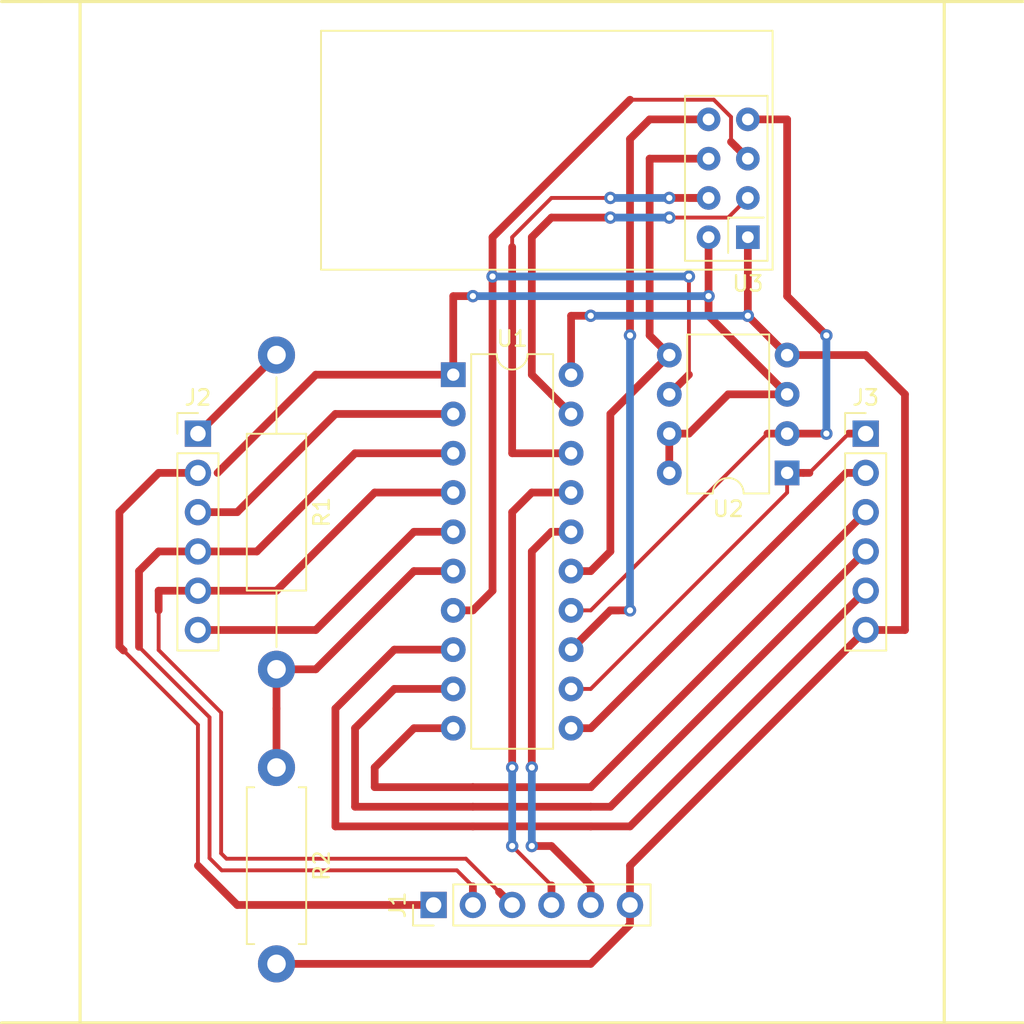
<source format=kicad_pcb>
(kicad_pcb (version 20171130) (host pcbnew 5.0.0+dfsg1-2)

  (general
    (thickness 1.6)
    (drawings 5)
    (tracks 210)
    (zones 0)
    (modules 8)
    (nets 22)
  )

  (page A4)
  (layers
    (0 F.Cu signal)
    (31 B.Cu signal)
    (32 B.Adhes user)
    (33 F.Adhes user)
    (34 B.Paste user)
    (35 F.Paste user)
    (36 B.SilkS user)
    (37 F.SilkS user)
    (38 B.Mask user)
    (39 F.Mask user)
    (40 Dwgs.User user)
    (41 Cmts.User user)
    (42 Eco1.User user)
    (43 Eco2.User user)
    (44 Edge.Cuts user)
    (45 Margin user)
    (46 B.CrtYd user)
    (47 F.CrtYd user)
    (48 B.Fab user)
    (49 F.Fab user)
  )

  (setup
    (last_trace_width 0.5)
    (trace_clearance 0.5)
    (zone_clearance 0.508)
    (zone_45_only no)
    (trace_min 0.2)
    (segment_width 0.2)
    (edge_width 0.1)
    (via_size 0.8)
    (via_drill 0.4)
    (via_min_size 0.4)
    (via_min_drill 0.3)
    (uvia_size 0.3)
    (uvia_drill 0.1)
    (uvias_allowed no)
    (uvia_min_size 0.2)
    (uvia_min_drill 0.1)
    (pcb_text_width 0.3)
    (pcb_text_size 1.5 1.5)
    (mod_edge_width 0.15)
    (mod_text_size 1 1)
    (mod_text_width 0.15)
    (pad_size 1.5 1.5)
    (pad_drill 0.6)
    (pad_to_mask_clearance 0)
    (aux_axis_origin 0 0)
    (visible_elements FFFFFF7F)
    (pcbplotparams
      (layerselection 0x010fc_ffffffff)
      (usegerberextensions false)
      (usegerberattributes false)
      (usegerberadvancedattributes false)
      (creategerberjobfile false)
      (excludeedgelayer true)
      (linewidth 0.100000)
      (plotframeref false)
      (viasonmask false)
      (mode 1)
      (useauxorigin false)
      (hpglpennumber 1)
      (hpglpenspeed 20)
      (hpglpendiameter 15.000000)
      (psnegative false)
      (psa4output false)
      (plotreference true)
      (plotvalue true)
      (plotinvisibletext false)
      (padsonsilk false)
      (subtractmaskfromsilk false)
      (outputformat 1)
      (mirror false)
      (drillshape 1)
      (scaleselection 1)
      (outputdirectory ""))
  )

  (net 0 "")
  (net 1 VCC)
  (net 2 "Net-(J1-Pad2)")
  (net 3 "Net-(J1-Pad3)")
  (net 4 "Net-(J1-Pad4)")
  (net 5 "Net-(J1-Pad5)")
  (net 6 GND)
  (net 7 "Net-(J2-Pad6)")
  (net 8 "Net-(J2-Pad3)")
  (net 9 VDD)
  (net 10 "Net-(J3-Pad1)")
  (net 11 "Net-(J3-Pad2)")
  (net 12 "Net-(J3-Pad3)")
  (net 13 "Net-(J3-Pad4)")
  (net 14 "Net-(J3-Pad5)")
  (net 15 "Net-(R1-Pad2)")
  (net 16 "Net-(U1-Pad13)")
  (net 17 "Net-(U1-Pad14)")
  (net 18 "Net-(U1-Pad15)")
  (net 19 "Net-(U1-Pad7)")
  (net 20 "Net-(U1-Pad18)")
  (net 21 "Net-(U1-Pad19)")

  (net_class Default "This is the default net class."
    (clearance 0.5)
    (trace_width 0.5)
    (via_dia 0.8)
    (via_drill 0.4)
    (uvia_dia 0.3)
    (uvia_drill 0.1)
    (add_net GND)
    (add_net "Net-(J1-Pad2)")
    (add_net "Net-(J1-Pad3)")
    (add_net "Net-(J1-Pad4)")
    (add_net "Net-(J1-Pad5)")
    (add_net "Net-(J2-Pad3)")
    (add_net "Net-(J2-Pad6)")
    (add_net "Net-(J3-Pad1)")
    (add_net "Net-(J3-Pad2)")
    (add_net "Net-(J3-Pad3)")
    (add_net "Net-(J3-Pad4)")
    (add_net "Net-(J3-Pad5)")
    (add_net "Net-(R1-Pad2)")
    (add_net "Net-(U1-Pad13)")
    (add_net "Net-(U1-Pad14)")
    (add_net "Net-(U1-Pad15)")
    (add_net "Net-(U1-Pad18)")
    (add_net "Net-(U1-Pad19)")
    (add_net "Net-(U1-Pad7)")
    (add_net VCC)
    (add_net VDD)
  )

  (module RF_Module:nRF24L01_Breakout (layer F.Cu) (tedit 5A056C61) (tstamp 5BE1E9BB)
    (at 175.26 40.64 180)
    (descr "nRF24L01 breakout board")
    (tags "nRF24L01 adapter breakout")
    (path /5BCECC43)
    (fp_text reference U3 (at 0 -3 180) (layer F.SilkS)
      (effects (font (size 1 1) (thickness 0.15)))
    )
    (fp_text value NRF24L01_Breakout (at 13 5 180) (layer F.Fab)
      (effects (font (size 1 1) (thickness 0.15)))
    )
    (fp_line (start -1.5 -2) (end 27.5 -2) (layer F.Fab) (width 0.1))
    (fp_line (start 27.5 -2) (end 27.5 13.25) (layer F.Fab) (width 0.1))
    (fp_line (start 27.5 13.25) (end -1.5 13.25) (layer F.Fab) (width 0.1))
    (fp_line (start -1.5 13.25) (end -1.5 -2) (layer F.Fab) (width 0.1))
    (fp_line (start -1.5 -2) (end -1.5 -2) (layer F.Fab) (width 0.1))
    (fp_line (start -1.27 -1.27) (end 3.81 -1.27) (layer F.Fab) (width 0.1))
    (fp_line (start 3.81 -1.27) (end 3.81 8.89) (layer F.Fab) (width 0.1))
    (fp_line (start 3.81 8.89) (end -1.27 8.89) (layer F.Fab) (width 0.1))
    (fp_line (start -1.27 8.89) (end -1.27 -1.27) (layer F.Fab) (width 0.1))
    (fp_line (start -1.27 -1.27) (end -1.27 -1.27) (layer F.Fab) (width 0.1))
    (fp_line (start -1.27 -1.524) (end 4.064 -1.524) (layer F.SilkS) (width 0.12))
    (fp_line (start 4.064 -1.524) (end 4.064 9.144) (layer F.SilkS) (width 0.12))
    (fp_line (start 4.064 9.144) (end -1.27 9.144) (layer F.SilkS) (width 0.12))
    (fp_line (start -1.27 9.144) (end -1.27 9.144) (layer F.SilkS) (width 0.12))
    (fp_line (start 1.27 -1.016) (end 1.27 1.27) (layer F.SilkS) (width 0.12))
    (fp_line (start 1.27 1.27) (end -1.016 1.27) (layer F.SilkS) (width 0.12))
    (fp_line (start -1.016 1.27) (end -1.016 1.27) (layer F.SilkS) (width 0.12))
    (fp_line (start -1.6 -2.1) (end 27.6 -2.1) (layer F.SilkS) (width 0.12))
    (fp_line (start 27.6 -2.1) (end 27.6 13.35) (layer F.SilkS) (width 0.12))
    (fp_line (start 27.6 13.35) (end -1.6 13.35) (layer F.SilkS) (width 0.12))
    (fp_line (start -1.6 13.35) (end -1.6 -2.1) (layer F.SilkS) (width 0.12))
    (fp_line (start -1.6 -2.1) (end -1.6 -2.1) (layer F.SilkS) (width 0.12))
    (fp_line (start -1.27 9.144) (end -1.27 -1.524) (layer F.SilkS) (width 0.12))
    (fp_line (start -1.27 -1.524) (end -1.27 -1.524) (layer F.SilkS) (width 0.12))
    (fp_line (start 27.75 -2.25) (end -1.75 -2.25) (layer F.CrtYd) (width 0.05))
    (fp_line (start -1.75 -2.25) (end -1.75 13.5) (layer F.CrtYd) (width 0.05))
    (fp_line (start -1.75 13.5) (end 27.75 13.5) (layer F.CrtYd) (width 0.05))
    (fp_line (start 27.75 13.5) (end 27.75 -2.25) (layer F.CrtYd) (width 0.05))
    (fp_line (start 27.75 -2.25) (end 27.75 -2.25) (layer F.CrtYd) (width 0.05))
    (fp_text user %R (at 12.5 2.5 180) (layer F.Fab)
      (effects (font (size 1 1) (thickness 0.15)))
    )
    (pad 1 thru_hole rect (at 0 0 180) (size 1.524 1.524) (drill 0.762) (layers *.Cu *.Mask)
      (net 6 GND))
    (pad 2 thru_hole circle (at 2.54 0 180) (size 1.524 1.524) (drill 0.762) (layers *.Cu *.Mask)
      (net 1 VCC))
    (pad 3 thru_hole circle (at 0 2.54 180) (size 1.524 1.524) (drill 0.762) (layers *.Cu *.Mask)
      (net 21 "Net-(U1-Pad19)"))
    (pad 4 thru_hole circle (at 2.54 2.54 180) (size 1.524 1.524) (drill 0.762) (layers *.Cu *.Mask)
      (net 20 "Net-(U1-Pad18)"))
    (pad 5 thru_hole circle (at 0 5.08 180) (size 1.524 1.524) (drill 0.762) (layers *.Cu *.Mask)
      (net 19 "Net-(U1-Pad7)"))
    (pad 6 thru_hole circle (at 2.54 5.08 180) (size 1.524 1.524) (drill 0.762) (layers *.Cu *.Mask)
      (net 18 "Net-(U1-Pad15)"))
    (pad 7 thru_hole circle (at 0 7.62 180) (size 1.524 1.524) (drill 0.762) (layers *.Cu *.Mask)
      (net 17 "Net-(U1-Pad14)"))
    (pad 8 thru_hole circle (at 2.54 7.62 180) (size 1.524 1.524) (drill 0.762) (layers *.Cu *.Mask)
      (net 16 "Net-(U1-Pad13)"))
    (model ${KISYS3DMOD}/RF_Module.3dshapes/nRF24L01_Breakout.wrl
      (at (xyz 0 0 0))
      (scale (xyz 1 1 1))
      (rotate (xyz 0 0 0))
    )
  )

  (module Package_DIP:DIP-8_W7.62mm (layer F.Cu) (tedit 5BE1DC7D) (tstamp 5BE1EA28)
    (at 177.8 55.88 180)
    (descr "8-lead though-hole mounted DIP package, row spacing 7.62 mm (300 mils)")
    (tags "THT DIP DIL PDIP 2.54mm 7.62mm 300mil")
    (path /5BCED472)
    (fp_text reference U2 (at 3.81 -2.33 180) (layer F.SilkS)
      (effects (font (size 1 1) (thickness 0.15)))
    )
    (fp_text value 25LC640 (at 3.81 9.95 180) (layer F.Fab)
      (effects (font (size 1 1) (thickness 0.15)))
    )
    (fp_arc (start 3.81 -1.33) (end 2.81 -1.33) (angle -180) (layer F.SilkS) (width 0.12))
    (fp_line (start 1.635 -1.27) (end 6.985 -1.27) (layer F.Fab) (width 0.1))
    (fp_line (start 6.985 -1.27) (end 6.985 8.89) (layer F.Fab) (width 0.1))
    (fp_line (start 6.985 8.89) (end 0.635 8.89) (layer F.Fab) (width 0.1))
    (fp_line (start 0.635 8.89) (end 0.635 -0.27) (layer F.Fab) (width 0.1))
    (fp_line (start 0.635 -0.27) (end 1.635 -1.27) (layer F.Fab) (width 0.1))
    (fp_line (start 2.81 -1.33) (end 1.16 -1.33) (layer F.SilkS) (width 0.12))
    (fp_line (start 1.16 -1.33) (end 1.16 8.95) (layer F.SilkS) (width 0.12))
    (fp_line (start 1.16 8.95) (end 6.46 8.95) (layer F.SilkS) (width 0.12))
    (fp_line (start 6.46 8.95) (end 6.46 -1.33) (layer F.SilkS) (width 0.12))
    (fp_line (start 6.46 -1.33) (end 4.81 -1.33) (layer F.SilkS) (width 0.12))
    (fp_line (start -1.1 -1.55) (end -1.1 9.15) (layer F.CrtYd) (width 0.05))
    (fp_line (start -1.1 9.15) (end 8.7 9.15) (layer F.CrtYd) (width 0.05))
    (fp_line (start 8.7 9.15) (end 8.7 -1.55) (layer F.CrtYd) (width 0.05))
    (fp_line (start 8.7 -1.55) (end -1.1 -1.55) (layer F.CrtYd) (width 0.05))
    (fp_text user %R (at 2.54 2.54 180) (layer F.Fab)
      (effects (font (size 1 1) (thickness 0.15)))
    )
    (pad 1 thru_hole rect (at 0 0 180) (size 1.6 1.6) (drill 0.8) (layers *.Cu *.Mask)
      (net 10 "Net-(J3-Pad1)"))
    (pad 5 thru_hole oval (at 7.62 7.62 180) (size 1.6 1.6) (drill 0.8) (layers *.Cu *.Mask)
      (net 18 "Net-(U1-Pad15)"))
    (pad 2 thru_hole oval (at 0 2.54 180) (size 1.6 1.6) (drill 0.8) (layers *.Cu *.Mask)
      (net 17 "Net-(U1-Pad14)"))
    (pad 6 thru_hole oval (at 7.62 5.08 180) (size 1.6 1.6) (drill 0.8) (layers *.Cu *.Mask)
      (net 19 "Net-(U1-Pad7)"))
    (pad 3 thru_hole oval (at 0 5.08 180) (size 1.6 1.6) (drill 0.8) (layers *.Cu *.Mask)
      (net 1 VCC))
    (pad 7 thru_hole oval (at 7.62 2.54 180) (size 1.6 1.6) (drill 0.8) (layers *.Cu *.Mask)
      (net 1 VCC))
    (pad 4 thru_hole oval (at 0 7.62 180) (size 1.6 1.6) (drill 0.8) (layers *.Cu *.Mask)
      (net 6 GND))
    (pad 8 thru_hole oval (at 7.62 0 180) (size 1.6 1.6) (drill 0.8) (layers *.Cu *.Mask)
      (net 1 VCC))
    (model ${KISYS3DMOD}/Package_DIP.3dshapes/DIP-8_W7.62mm.wrl
      (at (xyz 0 0 0))
      (scale (xyz 1 1 1))
      (rotate (xyz 0 0 0))
    )
  )

  (module Connector_PinHeader_2.54mm:PinHeader_1x06_P2.54mm_Vertical (layer F.Cu) (tedit 59FED5CC) (tstamp 5BE1EA77)
    (at 154.94 83.82 90)
    (descr "Through hole straight pin header, 1x06, 2.54mm pitch, single row")
    (tags "Through hole pin header THT 1x06 2.54mm single row")
    (path /5BD41D4E)
    (fp_text reference J1 (at 0 -2.33 90) (layer F.SilkS)
      (effects (font (size 1 1) (thickness 0.15)))
    )
    (fp_text value PROG (at 0 15.03 90) (layer F.Fab)
      (effects (font (size 1 1) (thickness 0.15)))
    )
    (fp_line (start -0.635 -1.27) (end 1.27 -1.27) (layer F.Fab) (width 0.1))
    (fp_line (start 1.27 -1.27) (end 1.27 13.97) (layer F.Fab) (width 0.1))
    (fp_line (start 1.27 13.97) (end -1.27 13.97) (layer F.Fab) (width 0.1))
    (fp_line (start -1.27 13.97) (end -1.27 -0.635) (layer F.Fab) (width 0.1))
    (fp_line (start -1.27 -0.635) (end -0.635 -1.27) (layer F.Fab) (width 0.1))
    (fp_line (start -1.33 14.03) (end 1.33 14.03) (layer F.SilkS) (width 0.12))
    (fp_line (start -1.33 1.27) (end -1.33 14.03) (layer F.SilkS) (width 0.12))
    (fp_line (start 1.33 1.27) (end 1.33 14.03) (layer F.SilkS) (width 0.12))
    (fp_line (start -1.33 1.27) (end 1.33 1.27) (layer F.SilkS) (width 0.12))
    (fp_line (start -1.33 0) (end -1.33 -1.33) (layer F.SilkS) (width 0.12))
    (fp_line (start -1.33 -1.33) (end 0 -1.33) (layer F.SilkS) (width 0.12))
    (fp_line (start -1.8 -1.8) (end -1.8 14.5) (layer F.CrtYd) (width 0.05))
    (fp_line (start -1.8 14.5) (end 1.8 14.5) (layer F.CrtYd) (width 0.05))
    (fp_line (start 1.8 14.5) (end 1.8 -1.8) (layer F.CrtYd) (width 0.05))
    (fp_line (start 1.8 -1.8) (end -1.8 -1.8) (layer F.CrtYd) (width 0.05))
    (fp_text user %R (at 0 6.35 180) (layer F.Fab)
      (effects (font (size 1 1) (thickness 0.15)))
    )
    (pad 1 thru_hole rect (at 0 0 90) (size 1.7 1.7) (drill 1) (layers *.Cu *.Mask)
      (net 1 VCC))
    (pad 2 thru_hole oval (at 0 2.54 90) (size 1.7 1.7) (drill 1) (layers *.Cu *.Mask)
      (net 2 "Net-(J1-Pad2)"))
    (pad 3 thru_hole oval (at 0 5.08 90) (size 1.7 1.7) (drill 1) (layers *.Cu *.Mask)
      (net 3 "Net-(J1-Pad3)"))
    (pad 4 thru_hole oval (at 0 7.62 90) (size 1.7 1.7) (drill 1) (layers *.Cu *.Mask)
      (net 4 "Net-(J1-Pad4)"))
    (pad 5 thru_hole oval (at 0 10.16 90) (size 1.7 1.7) (drill 1) (layers *.Cu *.Mask)
      (net 5 "Net-(J1-Pad5)"))
    (pad 6 thru_hole oval (at 0 12.7 90) (size 1.7 1.7) (drill 1) (layers *.Cu *.Mask)
      (net 6 GND))
    (model ${KISYS3DMOD}/Connector_PinHeader_2.54mm.3dshapes/PinHeader_1x06_P2.54mm_Vertical.wrl
      (at (xyz 0 0 0))
      (scale (xyz 1 1 1))
      (rotate (xyz 0 0 0))
    )
  )

  (module Connector_PinHeader_2.54mm:PinHeader_1x06_P2.54mm_Vertical (layer F.Cu) (tedit 59FED5CC) (tstamp 5BE1ED3B)
    (at 139.7 53.34)
    (descr "Through hole straight pin header, 1x06, 2.54mm pitch, single row")
    (tags "Through hole pin header THT 1x06 2.54mm single row")
    (path /5BDB9DE8)
    (fp_text reference J2 (at 0 -2.33) (layer F.SilkS)
      (effects (font (size 1 1) (thickness 0.15)))
    )
    (fp_text value Conn_01x06_Male (at 0 15.03) (layer F.Fab)
      (effects (font (size 1 1) (thickness 0.15)))
    )
    (fp_text user %R (at 0 6.35 90) (layer F.Fab)
      (effects (font (size 1 1) (thickness 0.15)))
    )
    (fp_line (start 1.8 -1.8) (end -1.8 -1.8) (layer F.CrtYd) (width 0.05))
    (fp_line (start 1.8 14.5) (end 1.8 -1.8) (layer F.CrtYd) (width 0.05))
    (fp_line (start -1.8 14.5) (end 1.8 14.5) (layer F.CrtYd) (width 0.05))
    (fp_line (start -1.8 -1.8) (end -1.8 14.5) (layer F.CrtYd) (width 0.05))
    (fp_line (start -1.33 -1.33) (end 0 -1.33) (layer F.SilkS) (width 0.12))
    (fp_line (start -1.33 0) (end -1.33 -1.33) (layer F.SilkS) (width 0.12))
    (fp_line (start -1.33 1.27) (end 1.33 1.27) (layer F.SilkS) (width 0.12))
    (fp_line (start 1.33 1.27) (end 1.33 14.03) (layer F.SilkS) (width 0.12))
    (fp_line (start -1.33 1.27) (end -1.33 14.03) (layer F.SilkS) (width 0.12))
    (fp_line (start -1.33 14.03) (end 1.33 14.03) (layer F.SilkS) (width 0.12))
    (fp_line (start -1.27 -0.635) (end -0.635 -1.27) (layer F.Fab) (width 0.1))
    (fp_line (start -1.27 13.97) (end -1.27 -0.635) (layer F.Fab) (width 0.1))
    (fp_line (start 1.27 13.97) (end -1.27 13.97) (layer F.Fab) (width 0.1))
    (fp_line (start 1.27 -1.27) (end 1.27 13.97) (layer F.Fab) (width 0.1))
    (fp_line (start -0.635 -1.27) (end 1.27 -1.27) (layer F.Fab) (width 0.1))
    (pad 6 thru_hole oval (at 0 12.7) (size 1.7 1.7) (drill 1) (layers *.Cu *.Mask)
      (net 7 "Net-(J2-Pad6)"))
    (pad 5 thru_hole oval (at 0 10.16) (size 1.7 1.7) (drill 1) (layers *.Cu *.Mask)
      (net 3 "Net-(J1-Pad3)"))
    (pad 4 thru_hole oval (at 0 7.62) (size 1.7 1.7) (drill 1) (layers *.Cu *.Mask)
      (net 2 "Net-(J1-Pad2)"))
    (pad 3 thru_hole oval (at 0 5.08) (size 1.7 1.7) (drill 1) (layers *.Cu *.Mask)
      (net 8 "Net-(J2-Pad3)"))
    (pad 2 thru_hole oval (at 0 2.54) (size 1.7 1.7) (drill 1) (layers *.Cu *.Mask)
      (net 1 VCC))
    (pad 1 thru_hole rect (at 0 0) (size 1.7 1.7) (drill 1) (layers *.Cu *.Mask)
      (net 9 VDD))
    (model ${KISYS3DMOD}/Connector_PinHeader_2.54mm.3dshapes/PinHeader_1x06_P2.54mm_Vertical.wrl
      (at (xyz 0 0 0))
      (scale (xyz 1 1 1))
      (rotate (xyz 0 0 0))
    )
  )

  (module Connector_PinHeader_2.54mm:PinHeader_1x06_P2.54mm_Vertical (layer F.Cu) (tedit 59FED5CC) (tstamp 5BE1ED86)
    (at 182.88 53.34)
    (descr "Through hole straight pin header, 1x06, 2.54mm pitch, single row")
    (tags "Through hole pin header THT 1x06 2.54mm single row")
    (path /5BDB9E88)
    (fp_text reference J3 (at 0 -2.33) (layer F.SilkS)
      (effects (font (size 1 1) (thickness 0.15)))
    )
    (fp_text value Conn_01x06_Male (at 0 15.03) (layer F.Fab)
      (effects (font (size 1 1) (thickness 0.15)))
    )
    (fp_line (start -0.635 -1.27) (end 1.27 -1.27) (layer F.Fab) (width 0.1))
    (fp_line (start 1.27 -1.27) (end 1.27 13.97) (layer F.Fab) (width 0.1))
    (fp_line (start 1.27 13.97) (end -1.27 13.97) (layer F.Fab) (width 0.1))
    (fp_line (start -1.27 13.97) (end -1.27 -0.635) (layer F.Fab) (width 0.1))
    (fp_line (start -1.27 -0.635) (end -0.635 -1.27) (layer F.Fab) (width 0.1))
    (fp_line (start -1.33 14.03) (end 1.33 14.03) (layer F.SilkS) (width 0.12))
    (fp_line (start -1.33 1.27) (end -1.33 14.03) (layer F.SilkS) (width 0.12))
    (fp_line (start 1.33 1.27) (end 1.33 14.03) (layer F.SilkS) (width 0.12))
    (fp_line (start -1.33 1.27) (end 1.33 1.27) (layer F.SilkS) (width 0.12))
    (fp_line (start -1.33 0) (end -1.33 -1.33) (layer F.SilkS) (width 0.12))
    (fp_line (start -1.33 -1.33) (end 0 -1.33) (layer F.SilkS) (width 0.12))
    (fp_line (start -1.8 -1.8) (end -1.8 14.5) (layer F.CrtYd) (width 0.05))
    (fp_line (start -1.8 14.5) (end 1.8 14.5) (layer F.CrtYd) (width 0.05))
    (fp_line (start 1.8 14.5) (end 1.8 -1.8) (layer F.CrtYd) (width 0.05))
    (fp_line (start 1.8 -1.8) (end -1.8 -1.8) (layer F.CrtYd) (width 0.05))
    (fp_text user %R (at 0 6.35 90) (layer F.Fab)
      (effects (font (size 1 1) (thickness 0.15)))
    )
    (pad 1 thru_hole rect (at 0 0) (size 1.7 1.7) (drill 1) (layers *.Cu *.Mask)
      (net 10 "Net-(J3-Pad1)"))
    (pad 2 thru_hole oval (at 0 2.54) (size 1.7 1.7) (drill 1) (layers *.Cu *.Mask)
      (net 11 "Net-(J3-Pad2)"))
    (pad 3 thru_hole oval (at 0 5.08) (size 1.7 1.7) (drill 1) (layers *.Cu *.Mask)
      (net 12 "Net-(J3-Pad3)"))
    (pad 4 thru_hole oval (at 0 7.62) (size 1.7 1.7) (drill 1) (layers *.Cu *.Mask)
      (net 13 "Net-(J3-Pad4)"))
    (pad 5 thru_hole oval (at 0 10.16) (size 1.7 1.7) (drill 1) (layers *.Cu *.Mask)
      (net 14 "Net-(J3-Pad5)"))
    (pad 6 thru_hole oval (at 0 12.7) (size 1.7 1.7) (drill 1) (layers *.Cu *.Mask)
      (net 6 GND))
    (model ${KISYS3DMOD}/Connector_PinHeader_2.54mm.3dshapes/PinHeader_1x06_P2.54mm_Vertical.wrl
      (at (xyz 0 0 0))
      (scale (xyz 1 1 1))
      (rotate (xyz 0 0 0))
    )
  )

  (module Resistor_THT:R_Axial_DIN0411_L9.9mm_D3.6mm_P20.32mm_Horizontal (layer F.Cu) (tedit 5AE5139B) (tstamp 5BE1EE10)
    (at 144.78 48.26 270)
    (descr "Resistor, Axial_DIN0411 series, Axial, Horizontal, pin pitch=20.32mm, 1W, length*diameter=9.9*3.6mm^2")
    (tags "Resistor Axial_DIN0411 series Axial Horizontal pin pitch 20.32mm 1W length 9.9mm diameter 3.6mm")
    (path /5BCF4A41)
    (fp_text reference R1 (at 10.16 -2.92 270) (layer F.SilkS)
      (effects (font (size 1 1) (thickness 0.15)))
    )
    (fp_text value 20k (at 10.16 2.92 270) (layer F.Fab)
      (effects (font (size 1 1) (thickness 0.15)))
    )
    (fp_line (start 5.21 -1.8) (end 5.21 1.8) (layer F.Fab) (width 0.1))
    (fp_line (start 5.21 1.8) (end 15.11 1.8) (layer F.Fab) (width 0.1))
    (fp_line (start 15.11 1.8) (end 15.11 -1.8) (layer F.Fab) (width 0.1))
    (fp_line (start 15.11 -1.8) (end 5.21 -1.8) (layer F.Fab) (width 0.1))
    (fp_line (start 0 0) (end 5.21 0) (layer F.Fab) (width 0.1))
    (fp_line (start 20.32 0) (end 15.11 0) (layer F.Fab) (width 0.1))
    (fp_line (start 5.09 -1.92) (end 5.09 1.92) (layer F.SilkS) (width 0.12))
    (fp_line (start 5.09 1.92) (end 15.23 1.92) (layer F.SilkS) (width 0.12))
    (fp_line (start 15.23 1.92) (end 15.23 -1.92) (layer F.SilkS) (width 0.12))
    (fp_line (start 15.23 -1.92) (end 5.09 -1.92) (layer F.SilkS) (width 0.12))
    (fp_line (start 1.44 0) (end 5.09 0) (layer F.SilkS) (width 0.12))
    (fp_line (start 18.88 0) (end 15.23 0) (layer F.SilkS) (width 0.12))
    (fp_line (start -1.45 -2.05) (end -1.45 2.05) (layer F.CrtYd) (width 0.05))
    (fp_line (start -1.45 2.05) (end 21.77 2.05) (layer F.CrtYd) (width 0.05))
    (fp_line (start 21.77 2.05) (end 21.77 -2.05) (layer F.CrtYd) (width 0.05))
    (fp_line (start 21.77 -2.05) (end -1.45 -2.05) (layer F.CrtYd) (width 0.05))
    (fp_text user %R (at 10.16 0 270) (layer F.Fab)
      (effects (font (size 1 1) (thickness 0.15)))
    )
    (pad 1 thru_hole circle (at 0 0 270) (size 2.4 2.4) (drill 1.2) (layers *.Cu *.Mask)
      (net 9 VDD))
    (pad 2 thru_hole oval (at 20.32 0 270) (size 2.4 2.4) (drill 1.2) (layers *.Cu *.Mask)
      (net 15 "Net-(R1-Pad2)"))
    (model ${KISYS3DMOD}/Resistor_THT.3dshapes/R_Axial_DIN0411_L9.9mm_D3.6mm_P20.32mm_Horizontal.wrl
      (at (xyz 0 0 0))
      (scale (xyz 1 1 1))
      (rotate (xyz 0 0 0))
    )
  )

  (module Resistor_THT:R_Axial_DIN0411_L9.9mm_D3.6mm_P12.70mm_Horizontal (layer F.Cu) (tedit 5AE5139B) (tstamp 5BE1EDCE)
    (at 144.78 74.93 270)
    (descr "Resistor, Axial_DIN0411 series, Axial, Horizontal, pin pitch=12.7mm, 1W, length*diameter=9.9*3.6mm^2")
    (tags "Resistor Axial_DIN0411 series Axial Horizontal pin pitch 12.7mm 1W length 9.9mm diameter 3.6mm")
    (path /5BCF4AC6)
    (fp_text reference R2 (at 6.35 -2.92 270) (layer F.SilkS)
      (effects (font (size 1 1) (thickness 0.15)))
    )
    (fp_text value 10k (at 6.35 2.92 270) (layer F.Fab)
      (effects (font (size 1 1) (thickness 0.15)))
    )
    (fp_line (start 1.4 -1.8) (end 1.4 1.8) (layer F.Fab) (width 0.1))
    (fp_line (start 1.4 1.8) (end 11.3 1.8) (layer F.Fab) (width 0.1))
    (fp_line (start 11.3 1.8) (end 11.3 -1.8) (layer F.Fab) (width 0.1))
    (fp_line (start 11.3 -1.8) (end 1.4 -1.8) (layer F.Fab) (width 0.1))
    (fp_line (start 0 0) (end 1.4 0) (layer F.Fab) (width 0.1))
    (fp_line (start 12.7 0) (end 11.3 0) (layer F.Fab) (width 0.1))
    (fp_line (start 1.28 -1.44) (end 1.28 -1.92) (layer F.SilkS) (width 0.12))
    (fp_line (start 1.28 -1.92) (end 11.42 -1.92) (layer F.SilkS) (width 0.12))
    (fp_line (start 11.42 -1.92) (end 11.42 -1.44) (layer F.SilkS) (width 0.12))
    (fp_line (start 1.28 1.44) (end 1.28 1.92) (layer F.SilkS) (width 0.12))
    (fp_line (start 1.28 1.92) (end 11.42 1.92) (layer F.SilkS) (width 0.12))
    (fp_line (start 11.42 1.92) (end 11.42 1.44) (layer F.SilkS) (width 0.12))
    (fp_line (start -1.45 -2.05) (end -1.45 2.05) (layer F.CrtYd) (width 0.05))
    (fp_line (start -1.45 2.05) (end 14.15 2.05) (layer F.CrtYd) (width 0.05))
    (fp_line (start 14.15 2.05) (end 14.15 -2.05) (layer F.CrtYd) (width 0.05))
    (fp_line (start 14.15 -2.05) (end -1.45 -2.05) (layer F.CrtYd) (width 0.05))
    (fp_text user %R (at 6.35 0 270) (layer F.Fab)
      (effects (font (size 1 1) (thickness 0.15)))
    )
    (pad 1 thru_hole circle (at 0 0 270) (size 2.4 2.4) (drill 1.2) (layers *.Cu *.Mask)
      (net 15 "Net-(R1-Pad2)"))
    (pad 2 thru_hole oval (at 12.7 0 270) (size 2.4 2.4) (drill 1.2) (layers *.Cu *.Mask)
      (net 6 GND))
    (model ${KISYS3DMOD}/Resistor_THT.3dshapes/R_Axial_DIN0411_L9.9mm_D3.6mm_P12.70mm_Horizontal.wrl
      (at (xyz 0 0 0))
      (scale (xyz 1 1 1))
      (rotate (xyz 0 0 0))
    )
  )

  (module Package_DIP:DIP-20_W7.62mm (layer F.Cu) (tedit 5A02E8C5) (tstamp 5BE1EB1B)
    (at 156.21 49.53)
    (descr "20-lead though-hole mounted DIP package, row spacing 7.62 mm (300 mils)")
    (tags "THT DIP DIL PDIP 2.54mm 7.62mm 300mil")
    (path /5BCECD91)
    (fp_text reference U1 (at 3.81 -2.33) (layer F.SilkS)
      (effects (font (size 1 1) (thickness 0.15)))
    )
    (fp_text value MSP430G2553IPW20 (at 3.81 25.19) (layer F.Fab)
      (effects (font (size 1 1) (thickness 0.15)))
    )
    (fp_arc (start 3.81 -1.33) (end 2.81 -1.33) (angle -180) (layer F.SilkS) (width 0.12))
    (fp_line (start 1.635 -1.27) (end 6.985 -1.27) (layer F.Fab) (width 0.1))
    (fp_line (start 6.985 -1.27) (end 6.985 24.13) (layer F.Fab) (width 0.1))
    (fp_line (start 6.985 24.13) (end 0.635 24.13) (layer F.Fab) (width 0.1))
    (fp_line (start 0.635 24.13) (end 0.635 -0.27) (layer F.Fab) (width 0.1))
    (fp_line (start 0.635 -0.27) (end 1.635 -1.27) (layer F.Fab) (width 0.1))
    (fp_line (start 2.81 -1.33) (end 1.16 -1.33) (layer F.SilkS) (width 0.12))
    (fp_line (start 1.16 -1.33) (end 1.16 24.19) (layer F.SilkS) (width 0.12))
    (fp_line (start 1.16 24.19) (end 6.46 24.19) (layer F.SilkS) (width 0.12))
    (fp_line (start 6.46 24.19) (end 6.46 -1.33) (layer F.SilkS) (width 0.12))
    (fp_line (start 6.46 -1.33) (end 4.81 -1.33) (layer F.SilkS) (width 0.12))
    (fp_line (start -1.1 -1.55) (end -1.1 24.4) (layer F.CrtYd) (width 0.05))
    (fp_line (start -1.1 24.4) (end 8.7 24.4) (layer F.CrtYd) (width 0.05))
    (fp_line (start 8.7 24.4) (end 8.7 -1.55) (layer F.CrtYd) (width 0.05))
    (fp_line (start 8.7 -1.55) (end -1.1 -1.55) (layer F.CrtYd) (width 0.05))
    (fp_text user %R (at 3.81 11.43) (layer F.Fab)
      (effects (font (size 1 1) (thickness 0.15)))
    )
    (pad 1 thru_hole rect (at 0 0) (size 1.6 1.6) (drill 0.8) (layers *.Cu *.Mask)
      (net 1 VCC))
    (pad 11 thru_hole oval (at 7.62 22.86) (size 1.6 1.6) (drill 0.8) (layers *.Cu *.Mask)
      (net 11 "Net-(J3-Pad2)"))
    (pad 2 thru_hole oval (at 0 2.54) (size 1.6 1.6) (drill 0.8) (layers *.Cu *.Mask)
      (net 8 "Net-(J2-Pad3)"))
    (pad 12 thru_hole oval (at 7.62 20.32) (size 1.6 1.6) (drill 0.8) (layers *.Cu *.Mask)
      (net 10 "Net-(J3-Pad1)"))
    (pad 3 thru_hole oval (at 0 5.08) (size 1.6 1.6) (drill 0.8) (layers *.Cu *.Mask)
      (net 2 "Net-(J1-Pad2)"))
    (pad 13 thru_hole oval (at 7.62 17.78) (size 1.6 1.6) (drill 0.8) (layers *.Cu *.Mask)
      (net 16 "Net-(U1-Pad13)"))
    (pad 4 thru_hole oval (at 0 7.62) (size 1.6 1.6) (drill 0.8) (layers *.Cu *.Mask)
      (net 3 "Net-(J1-Pad3)"))
    (pad 14 thru_hole oval (at 7.62 15.24) (size 1.6 1.6) (drill 0.8) (layers *.Cu *.Mask)
      (net 17 "Net-(U1-Pad14)"))
    (pad 5 thru_hole oval (at 0 10.16) (size 1.6 1.6) (drill 0.8) (layers *.Cu *.Mask)
      (net 7 "Net-(J2-Pad6)"))
    (pad 15 thru_hole oval (at 7.62 12.7) (size 1.6 1.6) (drill 0.8) (layers *.Cu *.Mask)
      (net 18 "Net-(U1-Pad15)"))
    (pad 6 thru_hole oval (at 0 12.7) (size 1.6 1.6) (drill 0.8) (layers *.Cu *.Mask)
      (net 15 "Net-(R1-Pad2)"))
    (pad 16 thru_hole oval (at 7.62 10.16) (size 1.6 1.6) (drill 0.8) (layers *.Cu *.Mask)
      (net 5 "Net-(J1-Pad5)"))
    (pad 7 thru_hole oval (at 0 15.24) (size 1.6 1.6) (drill 0.8) (layers *.Cu *.Mask)
      (net 19 "Net-(U1-Pad7)"))
    (pad 17 thru_hole oval (at 7.62 7.62) (size 1.6 1.6) (drill 0.8) (layers *.Cu *.Mask)
      (net 4 "Net-(J1-Pad4)"))
    (pad 8 thru_hole oval (at 0 17.78) (size 1.6 1.6) (drill 0.8) (layers *.Cu *.Mask)
      (net 14 "Net-(J3-Pad5)"))
    (pad 18 thru_hole oval (at 7.62 5.08) (size 1.6 1.6) (drill 0.8) (layers *.Cu *.Mask)
      (net 20 "Net-(U1-Pad18)"))
    (pad 9 thru_hole oval (at 0 20.32) (size 1.6 1.6) (drill 0.8) (layers *.Cu *.Mask)
      (net 13 "Net-(J3-Pad4)"))
    (pad 19 thru_hole oval (at 7.62 2.54) (size 1.6 1.6) (drill 0.8) (layers *.Cu *.Mask)
      (net 21 "Net-(U1-Pad19)"))
    (pad 10 thru_hole oval (at 0 22.86) (size 1.6 1.6) (drill 0.8) (layers *.Cu *.Mask)
      (net 12 "Net-(J3-Pad3)"))
    (pad 20 thru_hole oval (at 7.62 0) (size 1.6 1.6) (drill 0.8) (layers *.Cu *.Mask)
      (net 6 GND))
    (model ${KISYS3DMOD}/Package_DIP.3dshapes/DIP-20_W7.62mm.wrl
      (at (xyz 0 0 0))
      (scale (xyz 1 1 1))
      (rotate (xyz 0 0 0))
    )
  )

  (gr_line (start 187.96 25.4) (end 187.96 91.44) (layer F.SilkS) (width 0.2))
  (gr_line (start 127 25.4) (end 129.54 25.4) (layer F.SilkS) (width 0.2))
  (gr_line (start 132.08 91.44) (end 132.08 25.4) (layer F.SilkS) (width 0.2))
  (gr_line (start 193.04 91.44) (end 127 91.44) (layer F.SilkS) (width 0.2))
  (gr_line (start 129.54 25.4) (end 193.04 25.4) (layer F.SilkS) (width 0.2))

  (segment (start 172.72 45.72) (end 177.8 50.8) (width 0.5) (layer F.Cu) (net 1) (tstamp 5BE1EAF2))
  (segment (start 172.72 40.64) (end 172.72 44.45) (width 0.5) (layer F.Cu) (net 1) (tstamp 5BE1EAEF))
  (segment (start 170.18 55.88) (end 170.18 53.34) (width 0.5) (layer F.Cu) (net 1) (tstamp 5BE1EAEC))
  (segment (start 172.72 44.45) (end 172.72 45.72) (width 0.5) (layer F.Cu) (net 1) (tstamp 5BE1EAE9))
  (via (at 172.72 44.45) (size 0.8) (drill 0.4) (layers F.Cu B.Cu) (net 1) (tstamp 5BE1EAE6))
  (segment (start 156.21 49.53) (end 156.21 44.45) (width 0.5) (layer F.Cu) (net 1) (tstamp 5BE1EAE3))
  (segment (start 156.21 44.45) (end 157.48 44.45) (width 0.5) (layer F.Cu) (net 1) (tstamp 5BE1EAE0))
  (segment (start 157.48 44.45) (end 157.48 44.45) (width 0.5) (layer F.Cu) (net 1) (tstamp 5BE1EADD))
  (via (at 157.48 44.45) (size 0.8) (drill 0.4) (layers F.Cu B.Cu) (net 1) (tstamp 5BE1EADA))
  (segment (start 172.72 44.45) (end 157.48 44.45) (width 0.5) (layer B.Cu) (net 1))
  (segment (start 177.8 50.8) (end 173.99 50.8) (width 0.5) (layer F.Cu) (net 1) (tstamp 5BE1ECB1))
  (segment (start 173.99 50.8) (end 171.45 53.34) (width 0.5) (layer F.Cu) (net 1) (tstamp 5BE1ECAE))
  (segment (start 171.45 53.34) (end 170.18 53.34) (width 0.5) (layer F.Cu) (net 1) (tstamp 5BE1ECB7))
  (segment (start 140.97 55.88) (end 147.32 49.53) (width 0.5) (layer F.Cu) (net 1))
  (segment (start 135.014989 67.49046) (end 135.014989 67.313683) (width 0.25) (layer F.Cu) (net 1))
  (segment (start 147.32 49.53) (end 156.21 49.53) (width 0.5) (layer F.Cu) (net 1))
  (segment (start 139.7 55.88) (end 137.16 55.88) (width 0.5) (layer F.Cu) (net 1))
  (segment (start 137.16 55.88) (end 134.62 58.42) (width 0.5) (layer F.Cu) (net 1))
  (segment (start 134.62 67.095471) (end 134.88999 67.365461) (width 0.5) (layer F.Cu) (net 1))
  (segment (start 134.62 58.42) (end 134.62 67.095471) (width 0.5) (layer F.Cu) (net 1))
  (segment (start 139.7 72.175471) (end 134.88999 67.365461) (width 0.25) (layer F.Cu) (net 1))
  (segment (start 134.88999 67.365461) (end 135.014989 67.49046) (width 0.25) (layer F.Cu) (net 1))
  (segment (start 154.94 83.82) (end 142.24 83.82) (width 0.5) (layer F.Cu) (net 1))
  (segment (start 142.24 83.82) (end 139.7 81.28) (width 0.5) (layer F.Cu) (net 1))
  (segment (start 139.7 81.28) (end 139.7 72.175471) (width 0.25) (layer F.Cu) (net 1))
  (segment (start 157.48 83.82) (end 157.48 82.617919) (width 0.5) (layer F.Cu) (net 2) (tstamp 5BE1ECF0))
  (segment (start 156.21 54.61) (end 149.86 54.61) (width 0.5) (layer F.Cu) (net 2) (tstamp 5BE1E951))
  (segment (start 149.86 54.61) (end 143.51 60.96) (width 0.5) (layer F.Cu) (net 2) (tstamp 5BE1ECC3))
  (segment (start 143.51 60.96) (end 139.7 60.96) (width 0.5) (layer F.Cu) (net 2) (tstamp 5BE1ED0E))
  (segment (start 139.7 60.96) (end 137.16 60.96) (width 0.5) (layer F.Cu) (net 2))
  (segment (start 137.16 60.96) (end 135.89 62.23) (width 0.5) (layer F.Cu) (net 2))
  (segment (start 135.89 62.23) (end 135.89 67.128019) (width 0.5) (layer F.Cu) (net 2))
  (segment (start 140.450011 80.792559) (end 140.450011 71.68803) (width 0.25) (layer F.Cu) (net 2))
  (segment (start 157.48 82.617919) (end 156.442082 81.580001) (width 0.25) (layer F.Cu) (net 2))
  (segment (start 156.442082 81.580001) (end 141.237453 81.580001) (width 0.25) (layer F.Cu) (net 2))
  (segment (start 140.450011 71.68803) (end 135.89 67.128019) (width 0.25) (layer F.Cu) (net 2))
  (segment (start 141.237453 81.580001) (end 140.450011 80.792559) (width 0.25) (layer F.Cu) (net 2))
  (segment (start 159.170001 82.970001) (end 160.02 83.82) (width 0.5) (layer F.Cu) (net 3) (tstamp 5BE1ECF3))
  (segment (start 151.13 57.15) (end 156.21 57.15) (width 0.5) (layer F.Cu) (net 3) (tstamp 5BE1ECC9))
  (segment (start 144.78 63.5) (end 139.7 63.5) (width 0.5) (layer F.Cu) (net 3) (tstamp 5BE1ECD2))
  (segment (start 144.78 63.5) (end 151.13 57.15) (width 0.5) (layer F.Cu) (net 3) (tstamp 5BE1EC9C))
  (segment (start 137.16 64.77) (end 137.16 63.5) (width 0.5) (layer F.Cu) (net 3))
  (segment (start 137.16 63.5) (end 139.7 63.5) (width 0.5) (layer F.Cu) (net 3))
  (segment (start 137.16 67.337344) (end 141.200022 71.377366) (width 0.25) (layer F.Cu) (net 3))
  (segment (start 157.02999 80.82999) (end 159.170001 82.970001) (width 0.25) (layer F.Cu) (net 3))
  (segment (start 141.200022 80.481896) (end 141.548116 80.82999) (width 0.25) (layer F.Cu) (net 3))
  (segment (start 141.548116 80.82999) (end 157.02999 80.82999) (width 0.25) (layer F.Cu) (net 3))
  (segment (start 141.200022 71.377366) (end 141.200022 80.481896) (width 0.25) (layer F.Cu) (net 3))
  (segment (start 137.16 64.77) (end 137.16 67.337344) (width 0.25) (layer F.Cu) (net 3))
  (segment (start 162.56 82.55) (end 162.56 83.82) (width 0.5) (layer F.Cu) (net 4) (tstamp 5BE1ED02))
  (segment (start 160.02 80.01) (end 160.02 80.01) (width 0.5) (layer F.Cu) (net 4) (tstamp 5BE1E97B))
  (segment (start 160.02 80.01) (end 162.56 82.55) (width 0.25) (layer F.Cu) (net 4) (tstamp 5BE1ED08))
  (via (at 160.02 80.01) (size 0.8) (drill 0.4) (layers F.Cu B.Cu) (net 4) (tstamp 5BE1EBE8))
  (segment (start 163.83 57.15) (end 161.29 57.15) (width 0.5) (layer F.Cu) (net 4) (tstamp 5BE1EB91))
  (via (at 160.02 74.93) (size 0.8) (drill 0.4) (layers F.Cu B.Cu) (net 4) (tstamp 5BE1ECFF))
  (segment (start 161.29 57.15) (end 160.02 58.42) (width 0.5) (layer F.Cu) (net 4) (tstamp 5BE1EB8E))
  (segment (start 160.02 58.42) (end 160.02 74.93) (width 0.5) (layer F.Cu) (net 4) (tstamp 5BE1EC15))
  (segment (start 160.02 74.93) (end 160.02 80.01) (width 0.5) (layer B.Cu) (net 4))
  (segment (start 163.83 59.69) (end 162.56 59.69) (width 0.5) (layer F.Cu) (net 5) (tstamp 5BE1EC12))
  (segment (start 162.56 59.69) (end 161.29 60.96) (width 0.5) (layer F.Cu) (net 5) (tstamp 5BE1EC0F))
  (segment (start 161.29 60.96) (end 161.29 74.93) (width 0.5) (layer F.Cu) (net 5) (tstamp 5BE1EB8B))
  (segment (start 165.1 83.82) (end 165.1 82.55) (width 0.5) (layer F.Cu) (net 5) (tstamp 5BE1EB94))
  (segment (start 165.1 82.55) (end 162.56 80.01) (width 0.5) (layer F.Cu) (net 5) (tstamp 5BE1ED05))
  (segment (start 162.56 80.01) (end 161.29 80.01) (width 0.5) (layer F.Cu) (net 5) (tstamp 5BE1ED0B))
  (via (at 161.29 74.93) (size 0.8) (drill 0.4) (layers F.Cu B.Cu) (net 5) (tstamp 5BE1ECFC))
  (segment (start 161.29 80.01) (end 161.29 80.01) (width 0.5) (layer F.Cu) (net 5) (tstamp 5BE1E97E))
  (via (at 161.29 80.01) (size 0.8) (drill 0.4) (layers F.Cu B.Cu) (net 5) (tstamp 5BE1ECF9))
  (segment (start 161.29 74.93) (end 161.29 80.01) (width 0.5) (layer B.Cu) (net 5))
  (segment (start 175.26 45.72) (end 175.26 45.72) (width 0.5) (layer F.Cu) (net 6) (tstamp 5BE1EB88))
  (segment (start 175.26 40.64) (end 175.26 45.72) (width 0.5) (layer F.Cu) (net 6) (tstamp 5BE1EB85))
  (segment (start 182.88 66.04) (end 185.42 66.04) (width 0.5) (layer F.Cu) (net 6) (tstamp 5BE1EB82))
  (segment (start 185.42 66.04) (end 185.42 50.8) (width 0.5) (layer F.Cu) (net 6) (tstamp 5BE1EBFA))
  (segment (start 185.42 50.8) (end 182.88 48.26) (width 0.5) (layer F.Cu) (net 6) (tstamp 5BE1EBF7))
  (segment (start 182.88 48.26) (end 177.8 48.26) (width 0.5) (layer F.Cu) (net 6) (tstamp 5BE1EBF4))
  (segment (start 167.64 81.28) (end 182.88 66.04) (width 0.5) (layer F.Cu) (net 6) (tstamp 5BE1EBF1))
  (segment (start 167.64 83.82) (end 167.64 81.28) (width 0.5) (layer F.Cu) (net 6) (tstamp 5BE1EBEE))
  (segment (start 167.64 83.82) (end 167.64 85.09) (width 0.5) (layer F.Cu) (net 6) (tstamp 5BE1EBEB))
  (segment (start 167.64 85.09) (end 165.1 87.63) (width 0.5) (layer F.Cu) (net 6) (tstamp 5BE1E990))
  (segment (start 165.1 87.63) (end 144.78 87.63) (width 0.5) (layer F.Cu) (net 6) (tstamp 5BE1E98D))
  (segment (start 163.83 49.53) (end 163.83 45.72) (width 0.5) (layer F.Cu) (net 6) (tstamp 5BE1E98A))
  (segment (start 163.83 45.72) (end 165.1 45.72) (width 0.5) (layer F.Cu) (net 6) (tstamp 5BE1E987))
  (segment (start 175.26 45.72) (end 177.8 48.26) (width 0.5) (layer F.Cu) (net 6) (tstamp 5BE1E984))
  (via (at 175.26 45.72) (size 0.8) (drill 0.4) (layers F.Cu B.Cu) (net 6) (tstamp 5BE1EC4E))
  (segment (start 165.1 45.72) (end 165.1 45.72) (width 0.5) (layer F.Cu) (net 6) (tstamp 5BE1EC4B))
  (via (at 165.1 45.72) (size 0.8) (drill 0.4) (layers F.Cu B.Cu) (net 6) (tstamp 5BE1EC48))
  (segment (start 165.1 45.72) (end 175.26 45.72) (width 0.5) (layer B.Cu) (net 6))
  (segment (start 156.21 59.69) (end 153.67 59.69) (width 0.5) (layer F.Cu) (net 7) (tstamp 5BE1EC42))
  (segment (start 147.32 66.04) (end 139.7 66.04) (width 0.5) (layer F.Cu) (net 7) (tstamp 5BE1ED20))
  (segment (start 153.67 59.69) (end 147.32 66.04) (width 0.5) (layer F.Cu) (net 7) (tstamp 5BE1EB70))
  (segment (start 148.59 52.07) (end 142.24 58.42) (width 0.5) (layer F.Cu) (net 8) (tstamp 5BE1EB7F))
  (segment (start 156.21 52.07) (end 148.59 52.07) (width 0.5) (layer F.Cu) (net 8) (tstamp 5BE1EBAC))
  (segment (start 142.24 58.42) (end 139.7 58.42) (width 0.5) (layer F.Cu) (net 8) (tstamp 5BE1EB6A))
  (segment (start 139.7 53.34) (end 144.78 48.26) (width 0.5) (layer F.Cu) (net 9) (tstamp 5BE1EB7C))
  (segment (start 178.85 55.88) (end 177.8 55.88) (width 0.5) (layer F.Cu) (net 10) (tstamp 5BE1EB79))
  (segment (start 179.24 55.88) (end 178.85 55.88) (width 0.5) (layer F.Cu) (net 10) (tstamp 5BE1EB76))
  (segment (start 181.78 53.34) (end 179.24 55.88) (width 0.25) (layer F.Cu) (net 10) (tstamp 5BE1EB73))
  (segment (start 182.88 53.34) (end 181.78 53.34) (width 0.5) (layer F.Cu) (net 10) (tstamp 5BE1EACB))
  (segment (start 165.1 69.85) (end 163.83 69.85) (width 0.25) (layer F.Cu) (net 10))
  (segment (start 177.8 55.88) (end 177.8 57.15) (width 0.25) (layer F.Cu) (net 10))
  (segment (start 177.8 57.15) (end 165.1 69.85) (width 0.25) (layer F.Cu) (net 10))
  (segment (start 182.88 55.88) (end 181.61 55.88) (width 0.5) (layer F.Cu) (net 11) (tstamp 5BE1EAC5))
  (segment (start 165.1 72.39) (end 163.83 72.39) (width 0.5) (layer F.Cu) (net 11) (tstamp 5BE1EAC2))
  (segment (start 181.61 55.88) (end 165.1 72.39) (width 0.5) (layer F.Cu) (net 11) (tstamp 5BE1EABF))
  (segment (start 157.48 76.2) (end 157.48 76.2) (width 0.5) (layer F.Cu) (net 12) (tstamp 5BE1EC66))
  (segment (start 165.1 76.2) (end 165.1 76.2) (width 0.5) (layer F.Cu) (net 12) (tstamp 5BE1EAD7))
  (segment (start 156.21 72.39) (end 153.67 72.39) (width 0.5) (layer F.Cu) (net 12) (tstamp 5BE1EC75))
  (segment (start 182.88 58.42) (end 165.1 76.2) (width 0.5) (layer F.Cu) (net 12) (tstamp 5BE1EC69))
  (segment (start 165.1 76.2) (end 157.48 76.2) (width 0.5) (layer F.Cu) (net 12) (tstamp 5BE1E981))
  (segment (start 153.67 72.39) (end 151.13 74.93) (width 0.5) (layer F.Cu) (net 12) (tstamp 5BE1EC72))
  (segment (start 151.13 74.93) (end 151.13 76.2) (width 0.5) (layer F.Cu) (net 12) (tstamp 5BE1EC6F))
  (segment (start 151.13 76.2) (end 157.48 76.2) (width 0.5) (layer F.Cu) (net 12) (tstamp 5BE1EC6C))
  (segment (start 157.48 77.47) (end 157.48 77.47) (width 0.5) (layer F.Cu) (net 13) (tstamp 5BE1ECA2))
  (segment (start 165.1 77.47) (end 165.1 77.47) (width 0.5) (layer F.Cu) (net 13) (tstamp 5BE1EC9F))
  (segment (start 149.86 77.47) (end 157.48 77.47) (width 0.5) (layer F.Cu) (net 13) (tstamp 5BE1ECAB))
  (segment (start 152.4 69.85) (end 149.86 72.39) (width 0.5) (layer F.Cu) (net 13) (tstamp 5BE1EAD1))
  (segment (start 149.86 72.39) (end 149.86 77.47) (width 0.5) (layer F.Cu) (net 13) (tstamp 5BE1EACE))
  (segment (start 157.48 77.47) (end 165.1 77.47) (width 0.5) (layer F.Cu) (net 13) (tstamp 5BE1EC78))
  (segment (start 182.88 60.96) (end 166.37 77.47) (width 0.5) (layer F.Cu) (net 13) (tstamp 5BE1ECA8))
  (segment (start 156.21 69.85) (end 152.4 69.85) (width 0.5) (layer F.Cu) (net 13) (tstamp 5BE1EAD4))
  (segment (start 166.37 77.47) (end 165.1 77.47) (width 0.5) (layer F.Cu) (net 13) (tstamp 5BE1ECA5))
  (segment (start 156.21 67.31) (end 152.4 67.31) (width 0.5) (layer F.Cu) (net 14) (tstamp 5BE1E975))
  (segment (start 152.4 67.31) (end 148.59 71.12) (width 0.5) (layer F.Cu) (net 14) (tstamp 5BE1E972))
  (segment (start 148.59 71.12) (end 148.59 78.74) (width 0.5) (layer F.Cu) (net 14) (tstamp 5BE1E96F))
  (segment (start 148.59 78.74) (end 157.48 78.74) (width 0.5) (layer F.Cu) (net 14) (tstamp 5BE1E96C))
  (segment (start 182.88 63.5) (end 181.704999 64.675001) (width 0.5) (layer F.Cu) (net 14) (tstamp 5BE1EC87))
  (segment (start 181.704999 64.675001) (end 167.64 78.74) (width 0.5) (layer F.Cu) (net 14) (tstamp 5BE1E969))
  (segment (start 167.64 78.74) (end 165.1 78.74) (width 0.5) (layer F.Cu) (net 14) (tstamp 5BE1ECBD))
  (segment (start 157.48 78.74) (end 157.48 78.74) (width 0.5) (layer F.Cu) (net 14) (tstamp 5BE1ECBA))
  (segment (start 165.1 78.74) (end 165.1 78.74) (width 0.5) (layer F.Cu) (net 14) (tstamp 5BE1EC84))
  (segment (start 165.1 78.74) (end 157.48 78.74) (width 0.5) (layer F.Cu) (net 14) (tstamp 5BE1EC45))
  (segment (start 156.21 62.23) (end 153.67 62.23) (width 0.5) (layer F.Cu) (net 15) (tstamp 5BE1EC81))
  (segment (start 144.78 71.12) (end 144.78 74.93) (width 0.5) (layer F.Cu) (net 15) (tstamp 5BE1EC7E))
  (segment (start 144.78 71.12) (end 144.78 68.58) (width 0.5) (layer F.Cu) (net 15) (tstamp 5BE1EC7B))
  (segment (start 144.78 68.58) (end 147.32 68.58) (width 0.5) (layer F.Cu) (net 15) (tstamp 5BE1EBE5))
  (segment (start 147.32 68.58) (end 153.67 62.23) (width 0.5) (layer F.Cu) (net 15) (tstamp 5BE1EBE2))
  (segment (start 163.83 67.31) (end 166.37 64.77) (width 0.5) (layer F.Cu) (net 16) (tstamp 5BE1EBDF))
  (segment (start 166.37 64.77) (end 166.914999 64.77) (width 0.5) (layer F.Cu) (net 16) (tstamp 5BE1EBDC))
  (segment (start 166.37 64.77) (end 167.64 64.77) (width 0.5) (layer F.Cu) (net 16) (tstamp 5BE1EBD9))
  (segment (start 167.64 64.77) (end 167.64 64.77) (width 0.5) (layer F.Cu) (net 16) (tstamp 5BE1EBD6))
  (via (at 167.64 64.77) (size 0.8) (drill 0.4) (layers F.Cu B.Cu) (net 16) (tstamp 5BE1EBD3))
  (segment (start 172.72 33.02) (end 168.91 33.02) (width 0.5) (layer F.Cu) (net 16) (tstamp 5BE1E966))
  (segment (start 168.91 33.02) (end 167.64 34.29) (width 0.5) (layer F.Cu) (net 16) (tstamp 5BE1E963))
  (segment (start 167.64 34.29) (end 167.64 46.99) (width 0.5) (layer F.Cu) (net 16) (tstamp 5BE1E960))
  (segment (start 167.64 46.99) (end 167.64 46.99) (width 0.5) (layer F.Cu) (net 16) (tstamp 5BE1E95D))
  (via (at 167.64 46.99) (size 0.8) (drill 0.4) (layers F.Cu B.Cu) (net 16) (tstamp 5BE1E95A))
  (segment (start 167.64 46.99) (end 167.64 64.77) (width 0.5) (layer B.Cu) (net 16))
  (segment (start 175.26 33.02) (end 177.8 33.02) (width 0.5) (layer F.Cu) (net 17) (tstamp 5BE1E957))
  (segment (start 177.8 33.02) (end 177.8 44.45) (width 0.5) (layer F.Cu) (net 17) (tstamp 5BE1EC0C))
  (segment (start 177.8 44.45) (end 180.34 46.99) (width 0.5) (layer F.Cu) (net 17) (tstamp 5BE1EC09))
  (segment (start 180.34 46.99) (end 180.34 46.99) (width 0.5) (layer F.Cu) (net 17) (tstamp 5BE1EC06))
  (segment (start 180.34 46.99) (end 180.34 46.99) (width 0.5) (layer F.Cu) (net 17) (tstamp 5BE1EC03))
  (via (at 180.34 46.99) (size 0.8) (drill 0.4) (layers F.Cu B.Cu) (net 17) (tstamp 5BE1EC00))
  (segment (start 177.8 53.34) (end 180.34 53.34) (width 0.5) (layer F.Cu) (net 17) (tstamp 5BE1EBFD))
  (segment (start 180.34 46.99) (end 180.34 53.34) (width 0.5) (layer B.Cu) (net 17))
  (segment (start 180.34 53.34) (end 180.34 53.34) (width 0.5) (layer F.Cu) (net 17) (tstamp 5BE1EBA9))
  (via (at 180.34 53.34) (size 0.8) (drill 0.4) (layers F.Cu B.Cu) (net 17) (tstamp 5BE1EBA6))
  (segment (start 163.83 64.77) (end 165.1 64.77) (width 0.25) (layer F.Cu) (net 17) (tstamp 5BE1EBA3))
  (segment (start 176.53 53.34) (end 177.8 53.34) (width 0.5) (layer F.Cu) (net 17) (tstamp 5BE1EBA0))
  (segment (start 165.1 64.77) (end 176.53 53.34) (width 0.25) (layer F.Cu) (net 17) (tstamp 5BE1EB9D))
  (segment (start 165.1 62.23) (end 163.83 62.23) (width 0.5) (layer F.Cu) (net 18) (tstamp 5BE1EB9A))
  (segment (start 168.91 49.53) (end 167.64 50.8) (width 0.5) (layer F.Cu) (net 18) (tstamp 5BE1EC2A))
  (segment (start 168.91 49.53) (end 166.37 52.07) (width 0.5) (layer F.Cu) (net 18) (tstamp 5BE1EC27))
  (segment (start 170.18 48.26) (end 168.91 49.53) (width 0.5) (layer F.Cu) (net 18) (tstamp 5BE1EC24))
  (segment (start 166.37 52.07) (end 166.37 60.96) (width 0.5) (layer F.Cu) (net 18) (tstamp 5BE1EC21))
  (segment (start 166.37 60.96) (end 165.1 62.23) (width 0.5) (layer F.Cu) (net 18) (tstamp 5BE1EC1E))
  (segment (start 168.91 46.99) (end 170.18 48.26) (width 0.5) (layer F.Cu) (net 18) (tstamp 5BE1EC1B))
  (segment (start 172.72 35.56) (end 168.91 35.56) (width 0.5) (layer F.Cu) (net 18) (tstamp 5BE1EC18))
  (segment (start 168.91 35.56) (end 168.91 46.99) (width 0.5) (layer F.Cu) (net 18) (tstamp 5BE1EC3F))
  (segment (start 174.498001 34.798001) (end 175.26 35.56) (width 0.5) (layer F.Cu) (net 19) (tstamp 5BE1EC3C))
  (segment (start 174.172999 34.472999) (end 174.498001 34.798001) (width 0.5) (layer F.Cu) (net 19) (tstamp 5BE1EC39))
  (segment (start 174.172999 32.864237) (end 174.172999 34.472999) (width 0.25) (layer F.Cu) (net 19) (tstamp 5BE1EC36))
  (segment (start 156.21 64.77) (end 157.48 64.77) (width 0.5) (layer F.Cu) (net 19) (tstamp 5BE1EC33))
  (segment (start 157.48 64.77) (end 158.75 63.5) (width 0.5) (layer F.Cu) (net 19) (tstamp 5BE1EC30))
  (segment (start 158.75 40.64) (end 167.64 31.75) (width 0.5) (layer F.Cu) (net 19) (tstamp 5BE1EC2D))
  (segment (start 158.75 63.5) (end 158.75 43.18) (width 0.5) (layer F.Cu) (net 19) (tstamp 5BE1EC63))
  (segment (start 167.64 31.75) (end 173.058762 31.75) (width 0.25) (layer F.Cu) (net 19) (tstamp 5BE1EC60))
  (segment (start 173.058762 31.75) (end 174.172999 32.864237) (width 0.25) (layer F.Cu) (net 19) (tstamp 5BE1EC5D))
  (segment (start 170.18 50.8) (end 171.45 49.53) (width 0.5) (layer F.Cu) (net 19) (tstamp 5BE1EC5A))
  (segment (start 171.45 49.53) (end 171.45 43.18) (width 0.25) (layer F.Cu) (net 19) (tstamp 5BE1EC57))
  (segment (start 171.45 43.18) (end 171.45 43.18) (width 0.5) (layer F.Cu) (net 19) (tstamp 5BE1EC54))
  (via (at 171.45 43.18) (size 0.8) (drill 0.4) (layers F.Cu B.Cu) (net 19) (tstamp 5BE1EC51))
  (segment (start 158.75 43.18) (end 158.75 40.64) (width 0.5) (layer F.Cu) (net 19) (tstamp 5BE1EBD0))
  (via (at 158.75 43.18) (size 0.8) (drill 0.4) (layers F.Cu B.Cu) (net 19) (tstamp 5BE1EBCD))
  (segment (start 158.75 43.18) (end 171.45 43.18) (width 0.5) (layer B.Cu) (net 19))
  (segment (start 163.83 54.61) (end 160.02 54.61) (width 0.5) (layer F.Cu) (net 20) (tstamp 5BE1EBCA))
  (segment (start 160.02 54.61) (end 160.02 43.18) (width 0.5) (layer F.Cu) (net 20) (tstamp 5BE1EBC7))
  (segment (start 160.02 43.18) (end 160.02 43.18) (width 0.5) (layer F.Cu) (net 20) (tstamp 5BE1EBC4))
  (segment (start 172.72 38.1) (end 171.45 38.1) (width 0.5) (layer F.Cu) (net 20) (tstamp 5BE1EBC1))
  (segment (start 172.72 38.1) (end 170.18 38.1) (width 0.5) (layer F.Cu) (net 20) (tstamp 5BE1EC99))
  (segment (start 160.02 43.18) (end 160.02 41.27359) (width 0.5) (layer F.Cu) (net 20) (tstamp 5BE1EC96))
  (segment (start 160.02 41.27359) (end 160.02 40.64) (width 0.25) (layer F.Cu) (net 20) (tstamp 5BE1EC93))
  (segment (start 160.02 40.64) (end 162.56 38.1) (width 0.25) (layer F.Cu) (net 20) (tstamp 5BE1EC90))
  (segment (start 162.56 38.1) (end 166.37 38.1) (width 0.25) (layer F.Cu) (net 20) (tstamp 5BE1EC8D))
  (segment (start 170.18 38.1) (end 170.18 38.1) (width 0.5) (layer F.Cu) (net 20) (tstamp 5BE1EC8A))
  (via (at 170.18 38.1) (size 0.8) (drill 0.4) (layers F.Cu B.Cu) (net 20) (tstamp 5BE1EBBE))
  (segment (start 166.37 38.1) (end 166.37 38.1) (width 0.5) (layer F.Cu) (net 20) (tstamp 5BE1EBBB))
  (via (at 166.37 38.1) (size 0.8) (drill 0.4) (layers F.Cu B.Cu) (net 20) (tstamp 5BE1EBB8))
  (segment (start 166.37 38.1) (end 170.18 38.1) (width 0.5) (layer B.Cu) (net 20))
  (segment (start 163.83 52.07) (end 162.56 50.8) (width 0.5) (layer F.Cu) (net 21) (tstamp 5BE1EBB5))
  (segment (start 162.56 50.8) (end 161.29 49.53) (width 0.5) (layer F.Cu) (net 21) (tstamp 5BE1EBB2))
  (segment (start 161.29 49.53) (end 161.29 40.64) (width 0.5) (layer F.Cu) (net 21) (tstamp 5BE1EBAF))
  (segment (start 175.26 38.1) (end 173.99 39.37) (width 0.25) (layer F.Cu) (net 21) (tstamp 5BE1EABC))
  (segment (start 173.99 39.37) (end 170.18 39.37) (width 0.25) (layer F.Cu) (net 21) (tstamp 5BE1EAB9))
  (segment (start 161.29 40.64) (end 162.56 39.37) (width 0.5) (layer F.Cu) (net 21) (tstamp 5BE1EAB6))
  (segment (start 162.56 39.37) (end 166.37 39.37) (width 0.5) (layer F.Cu) (net 21) (tstamp 5BE1EAB3))
  (segment (start 170.18 39.37) (end 170.18 39.37) (width 0.5) (layer F.Cu) (net 21) (tstamp 5BE1EAB0))
  (via (at 170.18 39.37) (size 0.8) (drill 0.4) (layers F.Cu B.Cu) (net 21) (tstamp 5BE1EAAD))
  (segment (start 166.37 39.37) (end 166.37 39.37) (width 0.5) (layer F.Cu) (net 21) (tstamp 5BE1EAAA))
  (via (at 166.37 39.37) (size 0.8) (drill 0.4) (layers F.Cu B.Cu) (net 21) (tstamp 5BE1EB97))
  (segment (start 166.37 39.37) (end 170.18 39.37) (width 0.5) (layer B.Cu) (net 21))

)

</source>
